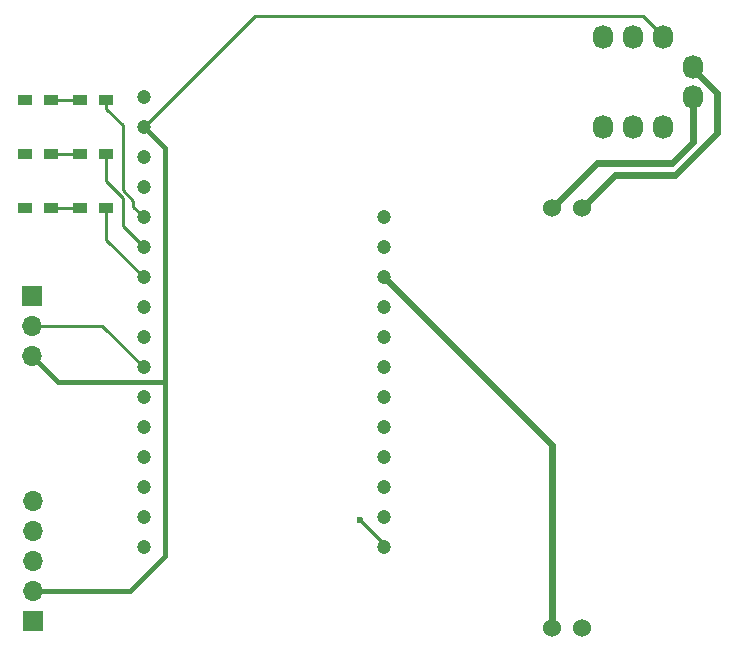
<source format=gbr>
G04 #@! TF.FileFunction,Copper,L1,Top,Signal*
%FSLAX46Y46*%
G04 Gerber Fmt 4.6, Leading zero omitted, Abs format (unit mm)*
G04 Created by KiCad (PCBNEW 4.0.5) date 03/27/17 13:56:34*
%MOMM*%
%LPD*%
G01*
G04 APERTURE LIST*
%ADD10C,0.100000*%
%ADD11C,1.200000*%
%ADD12R,1.200000X0.900000*%
%ADD13C,1.524000*%
%ADD14R,1.700000X1.700000*%
%ADD15O,1.700000X1.700000*%
%ADD16O,1.727200X2.032000*%
%ADD17C,0.600000*%
%ADD18C,0.250000*%
%ADD19C,0.381000*%
%ADD20C,0.587000*%
G04 APERTURE END LIST*
D10*
D11*
X194564000Y-78486000D03*
X194564000Y-81026000D03*
X194564000Y-83566000D03*
X194564000Y-86106000D03*
X214884000Y-88646000D03*
X194564000Y-88646000D03*
X214884000Y-91186000D03*
X194564000Y-91186000D03*
X214884000Y-93726000D03*
X194564000Y-93726000D03*
X214884000Y-96266000D03*
X194564000Y-96266000D03*
X214884000Y-98806000D03*
X194564000Y-98806000D03*
X214884000Y-101346000D03*
X194564000Y-101346000D03*
X214884000Y-103886000D03*
X194564000Y-103886000D03*
X214884000Y-106426000D03*
X194564000Y-106426000D03*
X214884000Y-108966000D03*
X194564000Y-108966000D03*
X214884000Y-111506000D03*
X194564000Y-111506000D03*
X214884000Y-114046000D03*
X194564000Y-114046000D03*
X214884000Y-116586000D03*
X194564000Y-116586000D03*
D12*
X184489390Y-78740000D03*
X186689390Y-78740000D03*
X184489390Y-83312000D03*
X186689390Y-83312000D03*
X184490000Y-87884000D03*
X186690000Y-87884000D03*
X191389390Y-78740000D03*
X189189390Y-78740000D03*
X191389390Y-83312000D03*
X189189390Y-83312000D03*
X191389000Y-87884000D03*
X189189000Y-87884000D03*
D13*
X229108000Y-87884000D03*
X231648000Y-87884000D03*
X231648000Y-123444000D03*
X229108000Y-123444000D03*
D14*
X185209906Y-122821040D03*
D15*
X185209906Y-120281040D03*
X185209906Y-117741040D03*
X185209906Y-115201040D03*
X185209906Y-112661040D03*
D14*
X185109818Y-95294706D03*
D15*
X185109818Y-97834706D03*
X185109818Y-100374706D03*
D16*
X238506000Y-81026000D03*
X235966000Y-81026000D03*
X233426000Y-81026000D03*
X241046000Y-78486000D03*
X241046000Y-75946000D03*
X238506000Y-73406000D03*
X235966000Y-73406000D03*
X233426000Y-73406000D03*
D17*
X212852000Y-114300000D03*
D18*
X236880400Y-71628000D02*
X203962000Y-71628000D01*
X203962000Y-71628000D02*
X194564000Y-81026000D01*
X238506000Y-73406000D02*
X238506000Y-73253600D01*
X238506000Y-73253600D02*
X236880400Y-71628000D01*
D19*
X196342000Y-102616000D02*
X196342000Y-117348000D01*
X196342000Y-82804000D02*
X196342000Y-102616000D01*
X196342000Y-102616000D02*
X187351112Y-102616000D01*
X187351112Y-102616000D02*
X185109818Y-100374706D01*
X196342000Y-117348000D02*
X193408960Y-120281040D01*
X193408960Y-120281040D02*
X185209906Y-120281040D01*
X194564000Y-81026000D02*
X196342000Y-82804000D01*
D18*
X212852000Y-114300000D02*
X214884000Y-116332000D01*
X214884000Y-116332000D02*
X214884000Y-116586000D01*
X186689390Y-78740000D02*
X189189390Y-78740000D01*
X189189390Y-83312000D02*
X188339390Y-83312000D01*
X188339390Y-83312000D02*
X186689390Y-83312000D01*
X186690000Y-87884000D02*
X189189000Y-87884000D01*
X192786000Y-86360000D02*
X192786000Y-80836610D01*
X192786000Y-80836610D02*
X191389390Y-79440000D01*
X191389390Y-79440000D02*
X191389390Y-78740000D01*
X193638999Y-87212999D02*
X192786000Y-86360000D01*
X194564000Y-88646000D02*
X193638999Y-87720999D01*
X193638999Y-87720999D02*
X193638999Y-87212999D01*
X193964001Y-90586001D02*
X194564000Y-91186000D01*
X192786000Y-89408000D02*
X193964001Y-90586001D01*
X192786000Y-86996410D02*
X192786000Y-89408000D01*
X191389390Y-83312000D02*
X191389390Y-85599800D01*
X191389390Y-85599800D02*
X192786000Y-86996410D01*
X191389000Y-87884000D02*
X191389000Y-90551000D01*
X191389000Y-90551000D02*
X194564000Y-93726000D01*
D20*
X229108000Y-123444000D02*
X229108000Y-107950000D01*
X229108000Y-107950000D02*
X214884000Y-93726000D01*
X239268000Y-84074000D02*
X241046000Y-82296000D01*
X241046000Y-82296000D02*
X241046000Y-78486000D01*
X229108000Y-87884000D02*
X232918000Y-84074000D01*
X232918000Y-84074000D02*
X239268000Y-84074000D01*
X243078000Y-81534000D02*
X243078000Y-78130400D01*
X243078000Y-78130400D02*
X241046000Y-76098400D01*
X241046000Y-76098400D02*
X241046000Y-75946000D01*
X239522000Y-85090000D02*
X243078000Y-81534000D01*
X234442000Y-85090000D02*
X239522000Y-85090000D01*
X231648000Y-87884000D02*
X234442000Y-85090000D01*
D18*
X194564000Y-101346000D02*
X191052706Y-97834706D01*
X191052706Y-97834706D02*
X185109818Y-97834706D01*
M02*

</source>
